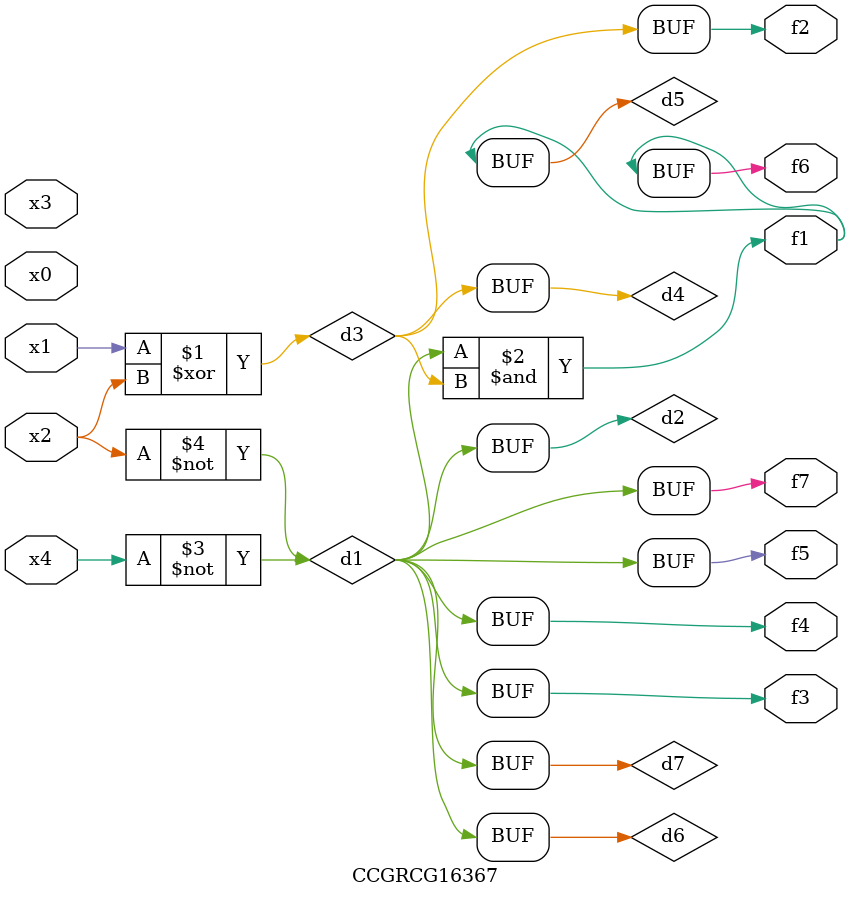
<source format=v>
module CCGRCG16367(
	input x0, x1, x2, x3, x4,
	output f1, f2, f3, f4, f5, f6, f7
);

	wire d1, d2, d3, d4, d5, d6, d7;

	not (d1, x4);
	not (d2, x2);
	xor (d3, x1, x2);
	buf (d4, d3);
	and (d5, d1, d3);
	buf (d6, d1, d2);
	buf (d7, d2);
	assign f1 = d5;
	assign f2 = d4;
	assign f3 = d7;
	assign f4 = d7;
	assign f5 = d7;
	assign f6 = d5;
	assign f7 = d7;
endmodule

</source>
